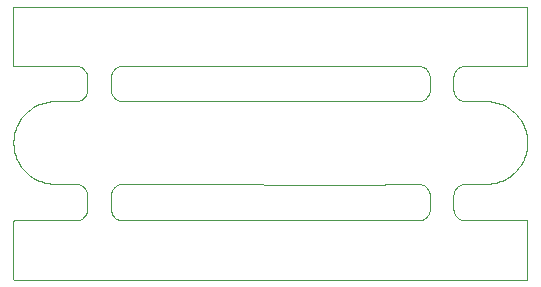
<source format=gbr>
G04 #@! TF.GenerationSoftware,KiCad,Pcbnew,6.0.0-rc1-1.20211210git84e0fee.fc34*
G04 #@! TF.CreationDate,2021-12-15T09:31:59+00:00*
G04 #@! TF.ProjectId,panel,70616e65-6c2e-46b6-9963-61645f706362,rev?*
G04 #@! TF.SameCoordinates,Original*
G04 #@! TF.FileFunction,Profile,NP*
%FSLAX46Y46*%
G04 Gerber Fmt 4.6, Leading zero omitted, Abs format (unit mm)*
G04 Created by KiCad (PCBNEW 6.0.0-rc1-1.20211210git84e0fee.fc34) date 2021-12-15 09:31:59*
%MOMM*%
%LPD*%
G01*
G04 APERTURE LIST*
G04 #@! TA.AperFunction,Profile*
%ADD10C,0.100000*%
G04 #@! TD*
G04 #@! TA.AperFunction,Profile*
%ADD11C,0.050000*%
G04 #@! TD*
G04 APERTURE END LIST*
D10*
X37090198Y-43536932D02*
X37135091Y-43518336D01*
X63273885Y-53812950D02*
X63303780Y-53851257D01*
X71741121Y-49688264D02*
X71724451Y-49520899D01*
X71746805Y-56550757D02*
X71739910Y-56548000D01*
X34306562Y-56147741D02*
X34261023Y-56204640D01*
X63440733Y-55891520D02*
X63423245Y-55936856D01*
X66000636Y-43580613D02*
X66065326Y-43547050D01*
X63357756Y-43933037D02*
X63381707Y-43975316D01*
X63493837Y-45556036D02*
X63487889Y-45604262D01*
X71746805Y-43449241D02*
X71749910Y-43441999D01*
X36567725Y-55914295D02*
X36551355Y-55868544D01*
X34139436Y-56323279D02*
X34101129Y-56353174D01*
X63191250Y-56275004D02*
X63136654Y-56323279D01*
X36586320Y-54039811D02*
X36607096Y-53995885D01*
X33956502Y-53556708D02*
X34020348Y-53591849D01*
X63303780Y-43852257D02*
X63331759Y-43891984D01*
X34176230Y-46192540D02*
X34139436Y-46224278D01*
X63078655Y-43632590D02*
X63136654Y-43676719D01*
X66109749Y-53526359D02*
X66155084Y-53508871D01*
X34443515Y-45792519D02*
X34426027Y-45837855D01*
X63498605Y-55557938D02*
X63497412Y-55606576D01*
X69119801Y-46558919D02*
X68943827Y-46518517D01*
X63440733Y-44108478D02*
X63455975Y-44154617D01*
X30880181Y-46558924D02*
X30717973Y-46604646D01*
X65593656Y-55981279D02*
X65573965Y-55936856D01*
X34120466Y-53660537D02*
X34158028Y-53691363D01*
X34496619Y-44344962D02*
X34501088Y-44417703D01*
X65898863Y-56353174D02*
X65860556Y-56323279D01*
X69918786Y-46872483D02*
X69768891Y-46795728D01*
X34020348Y-53591849D02*
X34081437Y-53631591D01*
X36982426Y-43592848D02*
X37024705Y-43568897D01*
X34139436Y-43676719D02*
X34176230Y-43708457D01*
X62864901Y-53517337D02*
X62931884Y-53546050D01*
X65771601Y-43759354D02*
X65805961Y-43724994D01*
X36531057Y-45699549D02*
X36515963Y-45628251D01*
X63098347Y-46254174D02*
X63058619Y-46282154D01*
X65528275Y-45699550D02*
X65517628Y-45652139D01*
X65522661Y-54224089D02*
X65534468Y-54176953D01*
X63136654Y-43676719D02*
X63173448Y-43708457D01*
X63357756Y-56066961D02*
X63331759Y-56108014D01*
X36537249Y-55822045D02*
X36520410Y-55751139D01*
X65604314Y-43996884D02*
X65639454Y-43933037D01*
X40760630Y-43451999D02*
X62508544Y-43451999D01*
X65665451Y-53890985D02*
X65693430Y-53851257D01*
X65517628Y-45652139D02*
X65509321Y-45604263D01*
X70874995Y-52266426D02*
X70987196Y-52132701D01*
X68598466Y-46466461D02*
X68424393Y-46453422D01*
X66415776Y-46446316D02*
X66343342Y-46438283D01*
X66271695Y-53475054D02*
X66343342Y-53461715D01*
X65979644Y-46308150D02*
X65938591Y-46282154D01*
X34458757Y-45746380D02*
X34443515Y-45792519D01*
X63225609Y-56240644D02*
X63191250Y-56275004D01*
X28250394Y-49856466D02*
X28250164Y-50037391D01*
X28336873Y-50729136D02*
X28381695Y-50904203D01*
X65498904Y-54416703D02*
X65501288Y-54368170D01*
X34501387Y-55557938D02*
X34498704Y-55630828D01*
X70500430Y-52631789D02*
X70631309Y-52516280D01*
X36696212Y-43852257D02*
X36741751Y-43795358D01*
X63498605Y-54441061D02*
X63498605Y-55557938D01*
X28250164Y-50037391D02*
X28259408Y-50217868D01*
X66488666Y-53450999D02*
X68249938Y-53450980D01*
X36630001Y-43954030D02*
X36668233Y-43891984D01*
X34334541Y-46009013D02*
X34306562Y-46048740D01*
X29924374Y-52937231D02*
X30075545Y-53024518D01*
X37068108Y-53546051D02*
X37135091Y-53517337D01*
X34334541Y-53890985D02*
X34360538Y-53932038D01*
X65938591Y-56381154D02*
X65898863Y-56353174D01*
X69610005Y-46724035D02*
X69441467Y-46658136D01*
X33728297Y-56523944D02*
X33656650Y-56537283D01*
X28259408Y-50217868D02*
X28276257Y-50385427D01*
X37135091Y-46382661D02*
X37068108Y-46353947D01*
X63173448Y-46192540D02*
X63136654Y-46224279D01*
X29924395Y-46962753D02*
X29777968Y-47057324D01*
X28718039Y-51700341D02*
X28809055Y-51849295D01*
X28907398Y-47906449D02*
X28812589Y-48045373D01*
X37322135Y-43466574D02*
X37394350Y-43456766D01*
X34020348Y-56407150D02*
X33978069Y-56431101D01*
X69113982Y-53342635D02*
X69281779Y-53295425D01*
X71511131Y-51223166D02*
X71568652Y-51064890D01*
X33775432Y-43487861D02*
X33821932Y-43501966D01*
X65639454Y-53932037D02*
X65665451Y-53890985D01*
X63498306Y-44417703D02*
X63498605Y-45458938D01*
X65979644Y-53591848D02*
X66043490Y-53556707D01*
X37394350Y-53455767D02*
X37442810Y-53452193D01*
X34406336Y-44018719D02*
X34435049Y-44085703D01*
X71441062Y-48510013D02*
X71368155Y-48358444D01*
X65898863Y-46254174D02*
X65860556Y-46224279D01*
X37346124Y-56537283D02*
X37298248Y-56528976D01*
X71739910Y-56548000D02*
X66488666Y-56548000D01*
X34471717Y-45699549D02*
X34458757Y-45746380D01*
X28631832Y-48358455D02*
X28558838Y-48510217D01*
X29636014Y-52740614D02*
X29777742Y-52842518D01*
X34426027Y-54062143D02*
X34443515Y-54107479D01*
X63462743Y-45723045D02*
X63448637Y-45769544D01*
X34061401Y-46282153D02*
X34020348Y-46308149D01*
X71740585Y-50217857D02*
X71749833Y-50037168D01*
X36982426Y-56407150D02*
X36941373Y-56381154D01*
X71739910Y-38451999D02*
X28260082Y-38451999D01*
X62931884Y-53546050D02*
X62996574Y-53579614D01*
X63273885Y-56186048D02*
X63225609Y-56240644D01*
X69769089Y-53104172D02*
X69924423Y-53024530D01*
X66065326Y-43547050D02*
X66109749Y-43527358D01*
X65501288Y-55630828D02*
X65498605Y-55557938D01*
X33978069Y-46332100D02*
X33934666Y-46353947D01*
X63498605Y-45458938D02*
X63497412Y-45507576D01*
X36607096Y-53995885D02*
X36630001Y-53953031D01*
X71506552Y-48665161D02*
X71441062Y-48510013D01*
X59850000Y-53450000D02*
X62532901Y-53451298D01*
X37442810Y-43453192D02*
X37491448Y-43451999D01*
X28253011Y-38454927D02*
X28250082Y-38461999D01*
X63497412Y-55606576D02*
X63493837Y-55655036D01*
X65528275Y-55798550D02*
X65513181Y-55727252D01*
X37024705Y-43568897D02*
X37090198Y-43536932D01*
X62795987Y-56505370D02*
X62725515Y-56523944D01*
X28378299Y-49007863D02*
X28336824Y-49171079D01*
X65639454Y-45967961D02*
X65615504Y-45925682D01*
X34101129Y-56353174D02*
X34061401Y-56381154D01*
X36504070Y-55630828D02*
X36501387Y-55557938D01*
X66488666Y-43451999D02*
X71739910Y-43451999D01*
X37418558Y-46446315D02*
X37346124Y-46438283D01*
X34194032Y-53723995D02*
X34228391Y-53758355D01*
X63058619Y-46282154D02*
X63017566Y-46308150D01*
X66043490Y-53556707D02*
X66109749Y-53526359D01*
X34334541Y-43891984D02*
X34360538Y-43933037D01*
X63493837Y-54343962D02*
X63497412Y-54392422D01*
X63173448Y-43708457D02*
X63208640Y-43741963D01*
X36607096Y-45904114D02*
X36586320Y-45860187D01*
X29499541Y-52631772D02*
X29636014Y-52740614D01*
X29364220Y-47387962D02*
X29243723Y-47505607D01*
X37394350Y-43456766D02*
X37442810Y-43453192D01*
X65755064Y-46123842D02*
X65723325Y-46087048D01*
X36512103Y-44296735D02*
X36525443Y-44225088D01*
X66343342Y-43462715D02*
X66415776Y-43454682D01*
X37046272Y-56442291D02*
X36982426Y-56407150D01*
X63331759Y-43891984D02*
X63357756Y-43933037D01*
X31575625Y-46453422D02*
X31401304Y-46466485D01*
X59239362Y-46448999D02*
X37491448Y-46448999D01*
X63423245Y-44063142D02*
X63440733Y-44108478D01*
X37250837Y-56518330D02*
X37204005Y-56505370D01*
X71749910Y-43441999D02*
X71749910Y-38461999D01*
X66043490Y-46343291D02*
X65979644Y-46308150D01*
X63331759Y-46009013D02*
X63303780Y-46048741D01*
X36586320Y-44040810D02*
X36607096Y-43996884D01*
X65573965Y-55936856D02*
X65556477Y-55891520D01*
X62887461Y-56472640D02*
X62842126Y-56490127D01*
X63331759Y-56108014D02*
X63303780Y-56147741D01*
X63487889Y-54295736D02*
X63493837Y-54343962D01*
X36501387Y-45458937D02*
X36501387Y-44442060D01*
X62795987Y-46406370D02*
X62725515Y-46424944D01*
X28302284Y-49341935D02*
X28275540Y-49520911D01*
X70987196Y-52132701D02*
X71092593Y-51993549D01*
X65517628Y-44248859D02*
X65528275Y-44201448D01*
X71661673Y-49164876D02*
X71620039Y-49001700D01*
X34101129Y-43646824D02*
X34139436Y-43676719D01*
X33821932Y-46399031D02*
X33751937Y-46419329D01*
X37298248Y-46429975D02*
X37250837Y-46419329D01*
X63493837Y-55655036D02*
X63487889Y-55703263D01*
X37322135Y-53465575D02*
X37394350Y-53455767D01*
X68604804Y-53432822D02*
X68771891Y-53411801D01*
X36520410Y-55751139D02*
X36512103Y-55703263D01*
X62677857Y-56533424D02*
X62605642Y-56543232D01*
X69924423Y-53024530D02*
X70075595Y-52937245D01*
X34443515Y-54107479D02*
X34458757Y-54153618D01*
X36551355Y-55868544D02*
X36537249Y-55822045D01*
X71723763Y-50385206D02*
X71740585Y-50217857D01*
X63038252Y-56394404D02*
X62996574Y-56419385D01*
X65509321Y-44296735D02*
X65517628Y-44248859D01*
X36808742Y-43724994D02*
X36844746Y-43692362D01*
X71698744Y-50551741D02*
X71723763Y-50385206D01*
X63487889Y-45604262D02*
X63474550Y-45675909D01*
D11*
X59550000Y-53550000D02*
X59850000Y-53450000D01*
D10*
X63468935Y-44201448D02*
X63484029Y-44272746D01*
X37491448Y-43451999D02*
X40760630Y-43451999D01*
X63191250Y-53723995D02*
X63225609Y-53758355D01*
X28276257Y-50385427D02*
X28301249Y-50551752D01*
X34211422Y-56258035D02*
X34176230Y-56291541D01*
X63455975Y-44154617D02*
X63468935Y-44201448D01*
X33775432Y-56512137D02*
X33728297Y-56523944D01*
X37298248Y-56528976D02*
X37250837Y-56518330D01*
X34261023Y-43795358D02*
X34306562Y-43852257D01*
X33632573Y-46441553D02*
X33584216Y-46446315D01*
X62581434Y-43454682D02*
X62629792Y-43459445D01*
X34471717Y-55798550D02*
X34458757Y-55845381D01*
X37068108Y-46353947D02*
X37024704Y-46332100D01*
X34139436Y-46224278D02*
X34101129Y-46254173D01*
X34406336Y-54017720D02*
X34426027Y-54062143D01*
X31753049Y-46448999D02*
X31575625Y-46453422D01*
X36525443Y-44225088D02*
X36537249Y-44177953D01*
X65503373Y-44344962D02*
X65509321Y-44296735D01*
X34458757Y-54153618D02*
X34477331Y-54224089D01*
X31401304Y-46466485D02*
X31228098Y-46488196D01*
X66415776Y-53453682D02*
X66488666Y-53450999D01*
X65541235Y-44154617D02*
X65564943Y-44085703D01*
X71281829Y-48199441D02*
X71187397Y-48045363D01*
X65665451Y-56108014D02*
X65639454Y-56066961D01*
X63136654Y-46224279D02*
X63098347Y-46254174D01*
X34406336Y-45882278D02*
X34384488Y-45925681D01*
X28381695Y-50904203D02*
X28431411Y-51065101D01*
X62795987Y-43494628D02*
X62842126Y-43509871D01*
X30231125Y-46795718D02*
X30081196Y-46872489D01*
X33751937Y-46419329D02*
X33704526Y-46429975D01*
X36504070Y-44369170D02*
X36512103Y-44296735D01*
X36696212Y-53851258D02*
X36726107Y-53812951D01*
X65556477Y-55891520D02*
X65541235Y-55845381D01*
X62887461Y-43527358D02*
X62931884Y-43547050D01*
X30075545Y-53024518D02*
X30230878Y-53104160D01*
X36791352Y-53740964D02*
X36826544Y-53707458D01*
X34276667Y-46087047D02*
X34244928Y-46123841D01*
X68424613Y-53446562D02*
X68604804Y-53432822D01*
X66343342Y-46438283D02*
X66295466Y-46429976D01*
X31575351Y-53446561D02*
X31750043Y-53450980D01*
X37135091Y-43518336D02*
X37204005Y-43494628D01*
X36515963Y-45628251D02*
X36508833Y-45580185D01*
X36921337Y-46268407D02*
X36863338Y-46224278D01*
X71739910Y-43451999D02*
X71746805Y-43449241D01*
X65534468Y-54176953D02*
X65548573Y-54130454D01*
X36696212Y-46048741D02*
X36668233Y-46009013D01*
X37274477Y-53475055D02*
X37322135Y-53465575D01*
X37491448Y-46448999D02*
X37418558Y-46446315D01*
X36844746Y-56307636D02*
X36791352Y-56258035D01*
X28558838Y-48510217D02*
X28493436Y-48665173D01*
X29124979Y-52266406D02*
X29243705Y-52394373D01*
X34384488Y-45925681D02*
X34360538Y-45967960D01*
X34498704Y-45531827D02*
X34490671Y-45604262D01*
X62605642Y-46444231D02*
X62532901Y-46448700D01*
X65738969Y-56204640D02*
X65693430Y-56147741D01*
X66021923Y-56431101D02*
X65979644Y-56407150D01*
X71618300Y-50904193D02*
X71663168Y-50728919D01*
X36941373Y-43618844D02*
X36982426Y-43592848D01*
X29125160Y-47633386D02*
X29009016Y-47772159D01*
X63403554Y-44018719D02*
X63423245Y-44063142D01*
X28809055Y-51849295D02*
X28907383Y-51993528D01*
X66415776Y-43454682D02*
X66488666Y-43451999D01*
X36791352Y-56258035D02*
X36757846Y-56222842D01*
X36668233Y-46009013D02*
X36642236Y-45967960D01*
X36515963Y-54271747D02*
X36525443Y-54224089D01*
X36844746Y-43692362D02*
X36882308Y-43661536D01*
X65573965Y-45837856D02*
X65556477Y-45792520D01*
X36537249Y-54176954D02*
X36559259Y-54107479D01*
X28907383Y-51993528D02*
X29012779Y-52132680D01*
X34477331Y-54224089D02*
X34486811Y-54271747D01*
X36901645Y-53645825D02*
X36961740Y-53604595D01*
X63381707Y-45925682D02*
X63357756Y-45967961D01*
X36774383Y-46141643D02*
X36726107Y-46087048D01*
X63303780Y-46048741D02*
X63273885Y-46087048D01*
X37135091Y-53517337D02*
X37204005Y-53493629D01*
X36696212Y-56147741D02*
X36654983Y-56087647D01*
X33844908Y-53508872D02*
X33890243Y-53526359D01*
X71281939Y-51700363D02*
X71365419Y-51547058D01*
X71744624Y-38453179D02*
X71739910Y-38451999D01*
X33656650Y-56537283D02*
X33584216Y-56545316D01*
X29009016Y-47772159D02*
X28907398Y-47906449D01*
X63038252Y-43605594D02*
X63078655Y-43632590D01*
X65805961Y-43724994D02*
X65860556Y-43676719D01*
X62996574Y-53579614D02*
X63058619Y-53617845D01*
X66109749Y-43527358D02*
X66155084Y-43509871D01*
X63208640Y-46159035D02*
X63173448Y-46192540D01*
X71187397Y-48045363D02*
X71092464Y-47906267D01*
X34020348Y-46308149D02*
X33978069Y-46332100D01*
X36863338Y-53675720D02*
X36901645Y-53645825D01*
X37180842Y-46399031D02*
X37135091Y-46382661D01*
X29243705Y-52394373D02*
X29368663Y-52516262D01*
X33978069Y-56431101D02*
X33934666Y-56452948D01*
X65860556Y-43676719D02*
X65898863Y-43646824D01*
X65738969Y-43795358D02*
X65771601Y-43759354D01*
X66201224Y-43494628D02*
X66248055Y-43481668D01*
X34020348Y-43592848D02*
X34061401Y-43618844D01*
X36586320Y-45860187D02*
X36567725Y-45815294D01*
X36525443Y-54224089D02*
X36537249Y-54176954D01*
X63468935Y-54200449D02*
X63479582Y-54247860D01*
X34244928Y-46123841D02*
X34211422Y-46159034D01*
X66224560Y-53486861D02*
X66271695Y-53475054D01*
X30558514Y-46658141D02*
X30390012Y-46724026D01*
X63403554Y-45882279D02*
X63381707Y-45925682D01*
X65979644Y-56407150D02*
X65938591Y-56381154D01*
X34471717Y-44201448D02*
X34482364Y-44248859D01*
X66155084Y-43509871D02*
X66201224Y-43494628D01*
X70222045Y-47057338D02*
X70075619Y-46962765D01*
X36504070Y-45531828D02*
X36501387Y-45458937D01*
X33704526Y-53470023D02*
X33775432Y-53486862D01*
X34501088Y-54416704D02*
X34501387Y-55557938D01*
X66132309Y-46382662D02*
X66087417Y-46364066D01*
X34498704Y-54368171D02*
X34501088Y-54416704D01*
X36961740Y-53604595D02*
X37024705Y-53567898D01*
X69281806Y-46604579D02*
X69119801Y-46558919D01*
X62725515Y-56523944D02*
X62677857Y-56533424D01*
X65693430Y-43852257D02*
X65738969Y-43795358D01*
X65564943Y-54084703D02*
X65583538Y-54039810D01*
X34384488Y-43975316D02*
X34406336Y-44018719D01*
X70874849Y-47633404D02*
X70756288Y-47505624D01*
X36757846Y-56222842D02*
X36726107Y-56186048D01*
X65556477Y-45792520D02*
X65541235Y-45746381D01*
X62532901Y-46448700D02*
X59239362Y-46448999D01*
X37346124Y-46438283D02*
X37298248Y-46429975D01*
X71620039Y-49001700D02*
X71568661Y-48835132D01*
X66248055Y-46419330D02*
X66201223Y-46406370D01*
X68249938Y-53450980D02*
X68424613Y-53446562D01*
X65541235Y-45746381D02*
X65528275Y-45699550D01*
X28336824Y-49171079D02*
X28302284Y-49341935D01*
X33821932Y-43501966D02*
X33890243Y-43527358D01*
X65938591Y-46282154D02*
X65898863Y-46254174D01*
X62842126Y-56490127D02*
X62795987Y-56505370D01*
X63303780Y-53851257D02*
X63331759Y-53890985D01*
X63117684Y-53660537D02*
X63155246Y-53691363D01*
X36502580Y-54392423D02*
X36508833Y-54319813D01*
X69281779Y-53295425D02*
X69441475Y-53241856D01*
X68937541Y-53382670D02*
X69113982Y-53342635D01*
X36630001Y-56045968D02*
X36596438Y-55981279D01*
X33934666Y-43547050D02*
X33978069Y-43568897D01*
X63484029Y-44272746D02*
X63493837Y-44344962D01*
X65841964Y-53691363D02*
X65879526Y-53660536D01*
X63381707Y-53974317D02*
X63413672Y-54039811D01*
X28812589Y-48045373D02*
X28718052Y-48199635D01*
X37204005Y-56505370D02*
X37135091Y-56481662D01*
X65506051Y-54319812D02*
X65513181Y-54271747D01*
X65501288Y-54368170D02*
X65506051Y-54319812D01*
X36537249Y-44177953D02*
X36551355Y-44131454D01*
X37204005Y-43494628D02*
X37274477Y-43476054D01*
X71749910Y-56558000D02*
X71746805Y-56550757D01*
X31056191Y-46518514D02*
X30880181Y-46558924D01*
X34061401Y-43618844D02*
X34101129Y-43646824D01*
X33656650Y-53461716D02*
X33704526Y-53470023D01*
X66065326Y-56452948D02*
X66021923Y-56431101D01*
X36808742Y-46176003D02*
X36774383Y-46141643D01*
X30389989Y-53175961D02*
X30558526Y-53241860D01*
X37024705Y-53567898D02*
X37068108Y-53546051D01*
X34276667Y-53812951D02*
X34306562Y-53851258D01*
X70075619Y-46962765D02*
X69918786Y-46872483D01*
X63493837Y-44344962D02*
X63498306Y-44417703D01*
X65498605Y-55557938D02*
X65498904Y-54416703D01*
X33821932Y-56498032D02*
X33775432Y-56512137D01*
X65938591Y-43618844D02*
X66000636Y-43580613D01*
X28255368Y-61546819D02*
X28260082Y-61548000D01*
X63423245Y-55936856D02*
X63392897Y-56003114D01*
X37250837Y-46419329D02*
X37180842Y-46399031D01*
X63258241Y-43795358D02*
X63303780Y-43852257D01*
X31228320Y-53411834D02*
X31395198Y-53432823D01*
X34406336Y-55981279D02*
X34384488Y-56024682D01*
X63497412Y-45507576D02*
X63493837Y-45556036D01*
X28558828Y-51389757D02*
X28634561Y-51547034D01*
X62996574Y-43580613D02*
X63038252Y-43605594D01*
X33704526Y-46429975D02*
X33632573Y-46441553D01*
X34498704Y-55630828D02*
X34493941Y-55679186D01*
X37274477Y-43476054D02*
X37322135Y-43466574D01*
X62677857Y-53465575D02*
X62749155Y-53480669D01*
X36642236Y-45967960D02*
X36607096Y-45904114D01*
X63455975Y-55845381D02*
X63440733Y-55891520D01*
X37024704Y-46332100D02*
X36961740Y-46295403D01*
X71441153Y-51389781D02*
X71511131Y-51223166D01*
X29012779Y-52132680D02*
X29124979Y-52266406D01*
X70363957Y-52740630D02*
X70500430Y-52631789D01*
X34360538Y-56066961D02*
X34334541Y-56108014D01*
X34306562Y-53851258D02*
X34334541Y-53890985D01*
X34435049Y-44085703D02*
X34458757Y-44154617D01*
X34384488Y-53974317D02*
X34406336Y-54017720D01*
X70358827Y-47155576D02*
X70222045Y-47057338D01*
X65593656Y-45882279D02*
X65573965Y-45837856D01*
X33584216Y-56545316D02*
X33511326Y-56548000D01*
X28260082Y-38451999D02*
X28253011Y-38454927D01*
X36863338Y-46224278D02*
X36808742Y-46176003D01*
X31395198Y-53432823D02*
X31575351Y-53446561D01*
X34384488Y-56024682D02*
X34360538Y-56066961D01*
X62605642Y-53455767D02*
X62677857Y-53465575D01*
X68424393Y-46453422D02*
X68246941Y-46449000D01*
X36559259Y-54107479D02*
X36586320Y-54039811D01*
X36630001Y-53953031D02*
X36654983Y-53911352D01*
X66178060Y-56498032D02*
X66109749Y-56472640D01*
X33775432Y-53486862D02*
X33844908Y-53508872D01*
X63497412Y-54392422D02*
X63498605Y-54441061D01*
X62725515Y-46424944D02*
X62653868Y-46438283D01*
X66109749Y-56472640D02*
X66065326Y-56452948D01*
X36501387Y-55557938D02*
X36501387Y-54441061D01*
X63392897Y-56003114D02*
X63357756Y-56066961D01*
X28258854Y-49688486D02*
X28250394Y-49856466D01*
X33890243Y-53526359D02*
X33956502Y-53556708D01*
X63136654Y-56323279D02*
X63098347Y-56353174D01*
X71092593Y-51993549D02*
X71190922Y-51849317D01*
X62996574Y-56419385D02*
X62931884Y-56452948D01*
X63208640Y-43741963D02*
X63258241Y-43795358D01*
X63357756Y-45967961D02*
X63331759Y-46009013D01*
X70075595Y-52937245D02*
X70222227Y-52842533D01*
X63474550Y-45675909D02*
X63462743Y-45723045D01*
X28250082Y-43441999D02*
X28253187Y-43449241D01*
X34158028Y-53691363D02*
X34194032Y-53723995D01*
X36654983Y-56087647D02*
X36630001Y-56045968D01*
X62931884Y-56452948D02*
X62887461Y-56472640D01*
X28275540Y-49520911D02*
X28258854Y-49688486D01*
X69609978Y-53175971D02*
X69769089Y-53104172D01*
X70756268Y-52394392D02*
X70874995Y-52266426D01*
X36668233Y-43891984D02*
X36696212Y-43852257D01*
X65615504Y-56024682D02*
X65593656Y-55981279D01*
X62749155Y-43481668D02*
X62795987Y-43494628D01*
X28493436Y-48665173D02*
X28431340Y-48835108D01*
X28260082Y-61548000D02*
X71739910Y-61548000D01*
X63381707Y-43975316D02*
X63403554Y-44018719D01*
X34228391Y-53758355D02*
X34276667Y-53812951D01*
X30885983Y-53342628D02*
X31062460Y-53382672D01*
X28301249Y-50551752D02*
X28336873Y-50729136D01*
X65693430Y-46048741D02*
X65665451Y-46009014D01*
X30558526Y-53241860D02*
X30718187Y-53295417D01*
X36961740Y-46295403D02*
X36921337Y-46268407D01*
X36551355Y-44131454D02*
X36567725Y-44085703D01*
X33934666Y-46353947D02*
X33890243Y-46373639D01*
X65723325Y-53812950D02*
X65771601Y-53758354D01*
X36508833Y-54319813D02*
X36515963Y-54271747D01*
X63487889Y-55703263D02*
X63474550Y-55774910D01*
X65771601Y-53758354D02*
X65805960Y-53723995D01*
X63242146Y-46123842D02*
X63208640Y-46159035D01*
X62842126Y-43509871D02*
X62887461Y-43527358D01*
X34211422Y-46159034D02*
X34176230Y-46192540D01*
X65509321Y-45604263D02*
X65503373Y-45556036D01*
X36501387Y-54441061D02*
X36502580Y-54392423D01*
X63432267Y-54084703D02*
X63448637Y-54130454D01*
X36726107Y-53812951D02*
X36757846Y-53776157D01*
X33511326Y-46448999D02*
X31753049Y-46448999D01*
X65788570Y-56258035D02*
X65738969Y-56204640D01*
X37442810Y-53452193D02*
X37491448Y-53451000D01*
X62909794Y-46364066D02*
X62842126Y-46391127D01*
X34081437Y-53631591D02*
X34120466Y-53660537D01*
X34458757Y-44154617D02*
X34471717Y-44201448D01*
X28431340Y-48835108D02*
X28378299Y-49007863D01*
X63479582Y-54247860D02*
X63487889Y-54295736D01*
X65583538Y-54039810D02*
X65615504Y-53974316D01*
X33728297Y-43476054D02*
X33775432Y-43487861D01*
X63474550Y-55774910D02*
X63455975Y-55845381D01*
X28634561Y-51547034D02*
X28718039Y-51700341D01*
X34176230Y-56291541D02*
X34139436Y-56323279D01*
X71568661Y-48835132D02*
X71506552Y-48665161D01*
X37135091Y-56481662D02*
X37090198Y-56463066D01*
X37491448Y-53451000D02*
X49250000Y-53450000D01*
X62653868Y-46438283D02*
X62605642Y-46444231D01*
X62532901Y-53451298D02*
X62605642Y-53455767D01*
X34482364Y-44248859D02*
X34490671Y-44296735D01*
X37491448Y-56548000D02*
X37418558Y-56545316D01*
X71092464Y-47906267D02*
X70990970Y-47772149D01*
X33890243Y-43527358D02*
X33934666Y-43547050D01*
X63225609Y-53758355D02*
X63273885Y-53812950D01*
X28250082Y-38461999D02*
X28250082Y-43441999D01*
X65498904Y-44417703D02*
X65503373Y-44344962D01*
X62677857Y-43466574D02*
X62749155Y-43481668D01*
X33978069Y-43568897D02*
X34020348Y-43592848D01*
X28488865Y-51223177D02*
X28558828Y-51389757D01*
X65823762Y-56291541D02*
X65788570Y-56258035D01*
X36882308Y-56338462D02*
X36844746Y-56307636D01*
X31750043Y-53450980D02*
X33511326Y-53451000D01*
X34360538Y-43933037D02*
X34384488Y-43975316D01*
X30390012Y-46724026D02*
X30231125Y-46795718D01*
X62931884Y-43547050D02*
X62996574Y-43580613D01*
X28250082Y-56558000D02*
X28250082Y-61538000D01*
X36774383Y-43759354D02*
X36808742Y-43724994D01*
X71663168Y-50728919D02*
X71698744Y-50551741D01*
D11*
X49550000Y-53550000D02*
X59550000Y-53550000D01*
D10*
X31062460Y-53382672D02*
X31228320Y-53411834D01*
X65823762Y-46192540D02*
X65788570Y-46159035D01*
X33511326Y-56548000D02*
X28260082Y-56548000D01*
X33656650Y-43462715D02*
X33728297Y-43476054D01*
X30081196Y-46872489D02*
X29924395Y-46962753D01*
X34306562Y-46048740D02*
X34276667Y-46087047D01*
X36567725Y-44085703D02*
X36586320Y-44040810D01*
X66488666Y-56548000D02*
X66415776Y-56545316D01*
X63098347Y-56353174D02*
X63038252Y-56394404D01*
X65615504Y-53974316D02*
X65639454Y-53932037D01*
X68943827Y-46518517D02*
X68771919Y-46488198D01*
X71568652Y-51064890D02*
X71618300Y-50904193D01*
X29777968Y-47057324D02*
X29641156Y-47155584D01*
X33584216Y-43454682D02*
X33656650Y-43462715D01*
X65665451Y-43891984D02*
X65693430Y-43852257D01*
X62557182Y-56546806D02*
X62508544Y-56548000D01*
X66248055Y-43481668D02*
X66295466Y-43471022D01*
X65564943Y-44085703D02*
X65583538Y-44040810D01*
X66155084Y-53508871D02*
X66224560Y-53486861D01*
X65805960Y-53723995D02*
X65841964Y-53691363D01*
X71745051Y-61546577D02*
X71748729Y-61542713D01*
X36826544Y-53707458D02*
X36863338Y-53675720D01*
X33890243Y-46373639D02*
X33821932Y-46399031D01*
X63432267Y-45815295D02*
X63403554Y-45882279D01*
X70756288Y-47505624D02*
X70635764Y-47387953D01*
X63017566Y-46308150D02*
X62953720Y-46343291D01*
X28253187Y-43449241D02*
X28260082Y-43451999D01*
X33890243Y-56472640D02*
X33821932Y-56498032D01*
X62629792Y-43459445D02*
X62677857Y-43466574D01*
X37090198Y-56463066D02*
X37046272Y-56442291D01*
X65548573Y-54130454D02*
X65564943Y-54084703D01*
X34211422Y-43741963D02*
X34261023Y-43795358D01*
X70635764Y-47387953D02*
X70500262Y-47268065D01*
X29499560Y-47268209D02*
X29364220Y-47387962D01*
X36607096Y-43996884D02*
X36630001Y-43954030D01*
X33584216Y-46446315D02*
X33511326Y-46448999D01*
X65898863Y-43646824D02*
X65938591Y-43618844D01*
X65639454Y-56066961D02*
X65615504Y-56024682D01*
X63413672Y-54039811D02*
X63432267Y-54084703D01*
X66343342Y-53461715D02*
X66415776Y-53453682D01*
X66488666Y-46448999D02*
X66415776Y-46446316D01*
X71748729Y-61542713D02*
X71749910Y-61538000D01*
X66087417Y-46364066D02*
X66043490Y-46343291D01*
X71724451Y-49520899D02*
X71697713Y-49341960D01*
X34493941Y-55679186D02*
X34486811Y-55727252D01*
X65506051Y-55679186D02*
X65501288Y-55630828D01*
X37418558Y-56545316D02*
X37346124Y-56537283D01*
X29243723Y-47505607D02*
X29125160Y-47633386D01*
D11*
X49250000Y-53450000D02*
X49550000Y-53550000D01*
D10*
X30230878Y-53104160D02*
X30389989Y-53175961D01*
X28251505Y-61543141D02*
X28255368Y-61546819D01*
X36508833Y-45580185D02*
X36504070Y-45531828D01*
X59239362Y-56548000D02*
X37491448Y-56548000D01*
X65541235Y-55845381D02*
X65528275Y-55798550D01*
X34176230Y-43708457D02*
X34211422Y-43741963D01*
X34501088Y-44417703D02*
X34501088Y-45483294D01*
X34426027Y-55936856D02*
X34406336Y-55981279D01*
X28260082Y-56548000D02*
X28253187Y-56550757D01*
X33934666Y-56452948D02*
X33890243Y-56472640D01*
X62605642Y-56543232D02*
X62557182Y-56546806D01*
X33584216Y-53453683D02*
X33656650Y-53461716D01*
X62508544Y-43451999D02*
X62581434Y-43454682D01*
X66224560Y-56512137D02*
X66178060Y-56498032D01*
X70990970Y-47772149D02*
X70874849Y-47633404D01*
X71697713Y-49341960D02*
X71661673Y-49164876D01*
X34101129Y-46254173D02*
X34061401Y-46282153D01*
X28431411Y-51065101D02*
X28488865Y-51223177D01*
X34493941Y-54319813D02*
X34498704Y-54368171D01*
X71190922Y-51849317D02*
X71281939Y-51700363D01*
X34458757Y-55845381D02*
X34443515Y-55891520D01*
X68246941Y-46449000D02*
X66488666Y-46448999D01*
X34360538Y-45967960D02*
X34334541Y-46009013D01*
X36726107Y-46087048D02*
X36696212Y-46048741D01*
X36882308Y-43661536D02*
X36941373Y-43618844D01*
X71748487Y-38456857D02*
X71744624Y-38453179D01*
X36567725Y-45815294D02*
X36544017Y-45746380D01*
X34306562Y-43852257D02*
X34334541Y-43891984D01*
X65639454Y-43933037D02*
X65665451Y-43891984D01*
X62749155Y-53480669D02*
X62819150Y-53500967D01*
X65665451Y-46009014D02*
X65639454Y-45967961D01*
X65583538Y-44040810D02*
X65604314Y-43996884D01*
X33511326Y-53451000D02*
X33584216Y-53453683D01*
X65528275Y-44201448D02*
X65541235Y-44154617D01*
X65693430Y-56147741D02*
X65665451Y-56108014D01*
X31228098Y-46488196D02*
X31056191Y-46518514D01*
X69768891Y-46795728D02*
X69610005Y-46724035D01*
X34490671Y-44296735D02*
X34496619Y-44344962D01*
X36757846Y-53776157D02*
X36791352Y-53740964D01*
X62953720Y-46343291D02*
X62909794Y-46364066D01*
X71749833Y-50037168D02*
X71749597Y-49856454D01*
X36941373Y-56381154D02*
X36882308Y-56338462D01*
X71749910Y-61538000D02*
X71749910Y-56558000D01*
X62842126Y-46391127D02*
X62795987Y-46406370D01*
X34443515Y-55891520D02*
X34426027Y-55936856D01*
X28250082Y-61538000D02*
X28251505Y-61543141D01*
X34482364Y-45652138D02*
X34471717Y-45699549D01*
X34360538Y-53932038D02*
X34384488Y-53974317D01*
X29368663Y-52516262D02*
X29499541Y-52631772D01*
X28718052Y-48199635D02*
X28631832Y-48358455D01*
X36512103Y-55703263D02*
X36504070Y-55630828D01*
X71365419Y-51547058D02*
X71441153Y-51389781D01*
X68771891Y-53411801D02*
X68937541Y-53382670D01*
X66343342Y-56537283D02*
X66271695Y-56523944D01*
X63331759Y-53890985D02*
X63357756Y-53932038D01*
X65879526Y-53660536D02*
X65918555Y-53631590D01*
X36596438Y-55981279D02*
X36567725Y-55914295D01*
X63058619Y-53617845D02*
X63117684Y-53660537D01*
X66295466Y-46429976D02*
X66248055Y-46419330D01*
X70222227Y-52842533D02*
X70363957Y-52740630D01*
X36501387Y-44442060D02*
X36504070Y-44369170D01*
X69441475Y-53241856D02*
X69609978Y-53175971D01*
X34490671Y-45604262D02*
X34482364Y-45652138D01*
X71368155Y-48358444D02*
X71281829Y-48199441D01*
X71739910Y-61548000D02*
X71745051Y-61546577D01*
X36741751Y-43795358D02*
X36774383Y-43759354D01*
X29777742Y-52842518D02*
X29924374Y-52937231D01*
X70500262Y-47268065D02*
X70358827Y-47155576D01*
X34061401Y-56381154D02*
X34020348Y-56407150D01*
X34334541Y-56108014D02*
X34306562Y-56147741D01*
X65860556Y-56323279D02*
X65823762Y-56291541D01*
X28253187Y-56550757D02*
X28250082Y-56558000D01*
X69441467Y-46658136D02*
X69281806Y-46604579D01*
X65860556Y-46224279D02*
X65823762Y-46192540D01*
X30717973Y-46604646D02*
X30558514Y-46658141D01*
X63448637Y-45769544D02*
X63432267Y-45815295D01*
X65788570Y-46159035D02*
X65755064Y-46123842D01*
X62508544Y-56548000D02*
X59239362Y-56548000D01*
X33511326Y-43451999D02*
X33584216Y-43454682D01*
X65498904Y-45483295D02*
X65498904Y-44417703D01*
X36544017Y-45746380D02*
X36531057Y-45699549D01*
X65513181Y-55727252D02*
X65506051Y-55679186D01*
X29641156Y-47155584D02*
X29499560Y-47268209D01*
X36654983Y-53911352D02*
X36696212Y-53851258D01*
X71749597Y-49856454D02*
X71741121Y-49688264D01*
X63155246Y-53691363D02*
X63191250Y-53723995D01*
X65615504Y-45925682D02*
X65593656Y-45882279D01*
X63357756Y-53932038D02*
X63381707Y-53974317D01*
X65918555Y-53631590D02*
X65979644Y-53591848D01*
X34486811Y-55727252D02*
X34471717Y-55798550D01*
X70631309Y-52516280D02*
X70756268Y-52394392D01*
X34486811Y-54271747D02*
X34493941Y-54319813D01*
X28260082Y-43451999D02*
X33511326Y-43451999D01*
X36726107Y-56186048D02*
X36696212Y-56147741D01*
X65723325Y-46087048D02*
X65693430Y-46048741D01*
X66415776Y-56545316D02*
X66343342Y-56537283D01*
X63303780Y-56147741D02*
X63273885Y-56186048D01*
X65513181Y-54271747D02*
X65522661Y-54224089D01*
X66271695Y-56523944D02*
X66224560Y-56512137D01*
X65503373Y-45556036D02*
X65498904Y-45483295D01*
X71749910Y-38461999D02*
X71748487Y-38456857D01*
X34426027Y-45837855D02*
X34406336Y-45882278D01*
X66201223Y-46406370D02*
X66132309Y-46382662D01*
X30718187Y-53295417D02*
X30885983Y-53342628D01*
X65693430Y-53851257D02*
X65723325Y-53812950D01*
X63273885Y-46087048D02*
X63242146Y-46123842D01*
X34501088Y-45483294D02*
X34498704Y-45531827D01*
X66295466Y-43471022D02*
X66343342Y-43462715D01*
X68771919Y-46488198D02*
X68598466Y-46466461D01*
X63448637Y-54130454D02*
X63468935Y-54200449D01*
X62819150Y-53500967D02*
X62864901Y-53517337D01*
X34261023Y-56204640D02*
X34211422Y-56258035D01*
X37204005Y-53493629D02*
X37274477Y-53475055D01*
M02*

</source>
